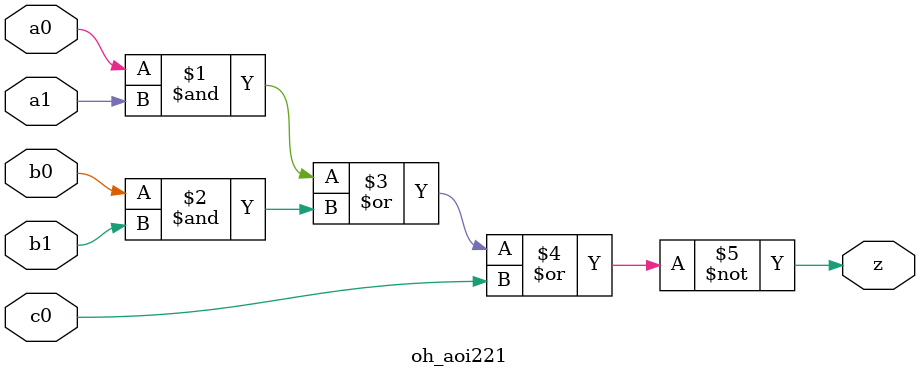
<source format=v>


module oh_aoi221 #(parameter DW = 1 ) // array width
   (
    input [DW-1:0]  a0,
    input [DW-1:0]  a1,
    input [DW-1:0]  b0,
    input [DW-1:0]  b1,
    input [DW-1:0]  c0,
    output [DW-1:0] z
    );
   
   assign z = ~((a0 & a1) | (b0 & b1) | c0);
   
endmodule

</source>
